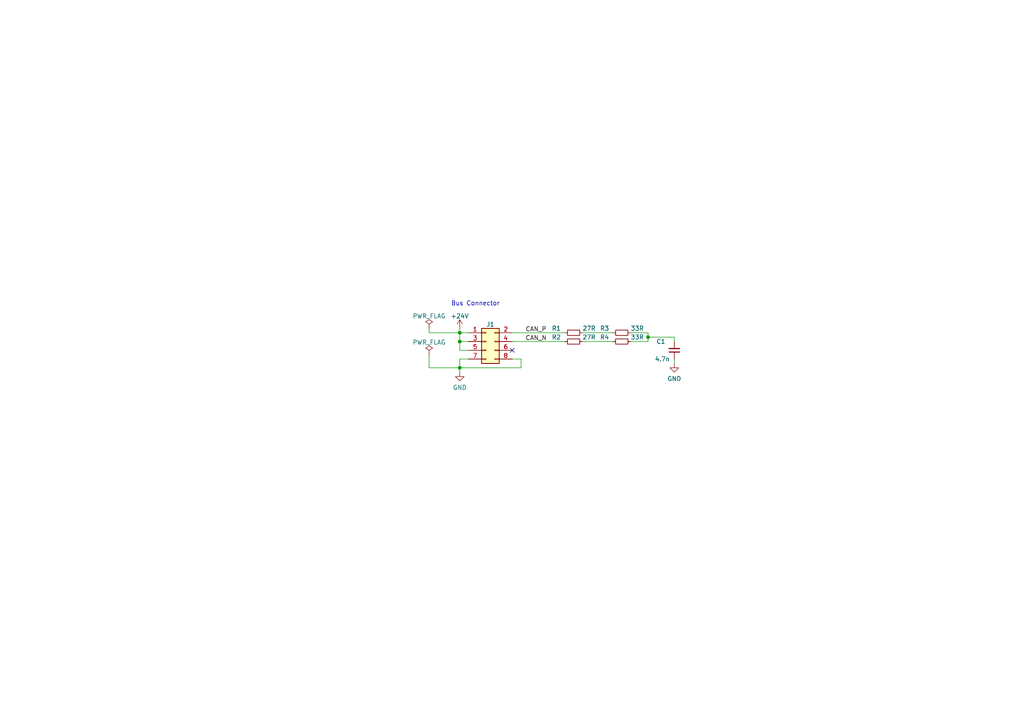
<source format=kicad_sch>
(kicad_sch (version 20211123) (generator eeschema)
  (paper "A4")
  (lib_symbols
    (symbol "Connector_Generic:Conn_02x04_Odd_Even" (pin_names (offset 1.016) hide)
      (property "Reference" "J" (at 1.27 5.08 0))
      (property "Value" "Conn_02x04_Odd_Even" (at 1.27 -7.62 0))
      (symbol "Conn_02x04_Odd_Even_1_1"
        (rectangle (start -1.27 -4.953) (end 0 -5.207) (stroke (width 0.1524)))
        (rectangle (start -1.27 -2.413) (end 0 -2.667) (stroke (width 0.1524)))
        (rectangle (start -1.27 0.127) (end 0 -0.127) (stroke (width 0.1524)))
        (rectangle (start -1.27 2.667) (end 0 2.413) (stroke (width 0.1524)))
        (rectangle (start -1.27 3.81) (end 3.81 -6.35) (stroke (width 0.254)) (fill (type background)))
        (rectangle (start 3.81 -4.953) (end 2.54 -5.207) (stroke (width 0.1524)))
        (rectangle (start 3.81 -2.413) (end 2.54 -2.667) (stroke (width 0.1524)))
        (rectangle (start 3.81 0.127) (end 2.54 -0.127) (stroke (width 0.1524)))
        (rectangle (start 3.81 2.667) (end 2.54 2.413) (stroke (width 0.1524)))
        (pin passive line (at -5.08 2.54 0) (length 3.81) (name "Pin_1") (number "1"))
        (pin passive line (at 7.62 2.54 180) (length 3.81) (name "Pin_2") (number "2"))
        (pin passive line (at -5.08 0 0) (length 3.81) (name "Pin_3") (number "3"))
        (pin passive line (at 7.62 0 180) (length 3.81) (name "Pin_4") (number "4"))
        (pin passive line (at -5.08 -2.54 0) (length 3.81) (name "Pin_5") (number "5"))
        (pin passive line (at 7.62 -2.54 180) (length 3.81) (name "Pin_6") (number "6"))
        (pin passive line (at -5.08 -5.08 0) (length 3.81) (name "Pin_7") (number "7"))
        (pin passive line (at 7.62 -5.08 180) (length 3.81) (name "Pin_8") (number "8"))
      )
    )
    (symbol "Device:C_Small" (pin_numbers hide) (pin_names (offset 0.254) hide)
      (property "Reference" "C" (at 0.254 1.778 0))
      (property "Value" "C_Small" (at 0.254 -2.032 0))
      (symbol "C_Small_0_1"
        (polyline (pts (xy -1.524 -0.508) (xy 1.524 -0.508)) (stroke (width 0.3302)))
        (polyline (pts (xy -1.524 0.508) (xy 1.524 0.508)) (stroke (width 0.3048)))
      )
      (symbol "C_Small_1_1"
        (pin passive line (at 0 2.54 270) (length 2.032) (name "~") (number "1"))
        (pin passive line (at 0 -2.54 90) (length 2.032) (name "~") (number "2"))
      )
    )
    (symbol "Device:R_Small" (pin_numbers hide) (pin_names (offset 0.254) hide)
      (property "Reference" "R" (at 0.762 0.508 0))
      (property "Value" "R_Small" (at 0.762 -1.016 0))
      (symbol "R_Small_0_1"
        (rectangle (start -0.762 1.778) (end 0.762 -1.778) (stroke (width 0.2032)))
      )
      (symbol "R_Small_1_1"
        (pin passive line (at 0 2.54 270) (length 0.762) (name "~") (number "1"))
        (pin passive line (at 0 -2.54 90) (length 0.762) (name "~") (number "2"))
      )
    )
    (symbol "power:+24V" (power) (pin_numbers hide) (pin_names (offset 0) hide)
      (property "Value" "+24V" (at 0 3.556 0))
      (symbol "+24V_0_1"
        (polyline (pts (xy -0.762 1.27) (xy 0 2.54)))
        (polyline (pts (xy 0 0) (xy 0 2.54)))
        (polyline (pts (xy 0 2.54) (xy 0.762 1.27)))
      )
      (symbol "+24V_1_1"
        (pin power_in line (at 0 0 90) (length 0) hide (name "+24V") (number "1"))
      )
    )
    (symbol "power:GND" (power) (pin_numbers hide) (pin_names (offset 0) hide)
      (property "Value" "GND" (at 0 -3.81 0))
      (symbol "GND_0_1"
        (polyline (pts (xy 0 0) (xy 0 -1.27) (xy 1.27 -1.27) (xy 0 -2.54) (xy -1.27 -1.27) (xy 0 -1.27)))
      )
      (symbol "GND_1_1"
        (pin power_in line (at 0 0 270) (length 0) hide (name "GND") (number "1"))
      )
    )
    (symbol "power:PWR_FLAG" (power) (pin_numbers hide) (pin_names (offset 0) hide)
      (property "Value" "PWR_FLAG" (at 0 3.81 0))
      (symbol "PWR_FLAG_0_0"
        (pin power_out line (at 0 0 90) (length 0) (name "pwr") (number "1"))
      )
      (symbol "PWR_FLAG_0_1"
        (polyline (pts (xy 0 0) (xy 0 1.27) (xy -1.016 1.905) (xy 0 2.54) (xy 1.016 1.905) (xy 0 1.27)))
      )
    )
  )
  (junction (at 133.35 96.52))
  (junction (at 133.35 99.06))
  (junction (at 187.96 97.79))
  (junction (at 133.35 106.68))
  (no_connect (at 148.59 101.6))
  (wire (pts (xy 168.91 99.06) (xy 177.8 99.06)))
  (wire (pts (xy 124.46 102.87) (xy 124.46 106.68)))
  (wire (pts (xy 135.89 96.52) (xy 133.35 96.52)))
  (wire (pts (xy 195.58 99.06) (xy 195.58 97.79)))
  (wire (pts (xy 133.35 106.68) (xy 133.35 107.95)))
  (wire (pts (xy 124.46 106.68) (xy 133.35 106.68)))
  (wire (pts (xy 135.89 99.06) (xy 133.35 99.06)))
  (wire (pts (xy 195.58 97.79) (xy 187.96 97.79)))
  (wire (pts (xy 148.59 99.06) (xy 163.83 99.06)))
  (wire (pts (xy 151.13 104.14) (xy 148.59 104.14)))
  (wire (pts (xy 187.96 96.52) (xy 182.88 96.52)))
  (wire (pts (xy 133.35 96.52) (xy 133.35 95.25)))
  (wire (pts (xy 124.46 96.52) (xy 133.35 96.52)))
  (wire (pts (xy 124.46 95.25) (xy 124.46 96.52)))
  (wire (pts (xy 187.96 99.06) (xy 187.96 97.79)))
  (wire (pts (xy 148.59 96.52) (xy 163.83 96.52)))
  (wire (pts (xy 151.13 104.14) (xy 151.13 106.68)))
  (wire (pts (xy 133.35 99.06) (xy 133.35 96.52)))
  (wire (pts (xy 133.35 106.68) (xy 151.13 106.68)))
  (wire (pts (xy 135.89 104.14) (xy 133.35 104.14)))
  (wire (pts (xy 182.88 99.06) (xy 187.96 99.06)))
  (wire (pts (xy 195.58 104.14) (xy 195.58 105.41)))
  (wire (pts (xy 133.35 99.06) (xy 133.35 101.6)))
  (wire (pts (xy 133.35 104.14) (xy 133.35 106.68)))
  (wire (pts (xy 133.35 101.6) (xy 135.89 101.6)))
  (wire (pts (xy 168.91 96.52) (xy 177.8 96.52)))
  (wire (pts (xy 187.96 96.52) (xy 187.96 97.79)))
  (text "Bus Connector" (at 130.81 88.9 0) (effects (font (size 1.27 1.27)) (justify left bottom)))
  (label "CAN_P" (at 152.4 96.52 0))
  (label "CAN_N" (at 152.4 99.06 0))
  (symbol (lib_id "Connector_Generic:Conn_02x04_Odd_Even") (at 140.97 99.06 0) (unit 1)
    (property "Reference" "J1" (at 142.24 94.0872 0))
    (property "Value" "Conn_02x04_Odd_Even" (effects hide))
    (property "Footprint" "Connector_PinSocket_2.54mm:PinSocket_2x04_P2.54mm_Vertical" (effects hide))
  )
  (symbol (lib_id "Device:R_Small") (at 166.37 99.06 270) (mirror x) (unit 1)
    (property "Reference" "R2" (at 160.02 97.79 90) (effects (justify left)))
    (property "Value" "27R" (at 168.91 97.79 90) (effects (justify left)))
    (property "Footprint" "Resistor_SMD:R_0603_1608Metric" (effects hide))
  )
  (symbol (lib_id "power:PWR_FLAG") (at 124.46 102.87 0) (unit 1)
    (property "Reference" "#FLG0102" (effects hide))
    (property "Value" "PWR_FLAG" (at 124.46 99.2942 0))
  )
  (symbol (lib_id "power:GND") (at 133.35 107.95 0) (unit 1)
    (property "Reference" "#PWR02" (effects hide))
    (property "Value" "GND" (at 133.35 112.3934 0))
  )
  (symbol (lib_id "Device:R_Small") (at 180.34 96.52 270) (mirror x) (unit 1)
    (property "Reference" "R3" (at 173.99 95.25 90) (effects (justify left)))
    (property "Value" "33R" (at 182.88 95.25 90) (effects (justify left)))
    (property "Footprint" "Resistor_SMD:R_0603_1608Metric" (effects hide))
  )
  (symbol (lib_id "power:GND") (at 195.58 105.41 0) (unit 1)
    (property "Reference" "#PWR0101" (effects hide))
    (property "Value" "GND" (at 195.58 109.8534 0))
  )
  (symbol (lib_id "Device:R_Small") (at 180.34 99.06 270) (mirror x) (unit 1)
    (property "Reference" "R4" (at 173.99 97.79 90) (effects (justify left)))
    (property "Value" "33R" (at 182.88 97.79 90) (effects (justify left)))
    (property "Footprint" "Resistor_SMD:R_0603_1608Metric" (effects hide))
  )
  (symbol (lib_id "power:PWR_FLAG") (at 124.46 95.25 0) (unit 1)
    (property "Reference" "#FLG0101" (effects hide))
    (property "Value" "PWR_FLAG" (at 124.46 91.6742 0))
  )
  (symbol (lib_id "Device:C_Small") (at 195.58 101.6 180) (unit 1)
    (property "Reference" "C1" (at 193.04 99.06 0) (effects (justify left)))
    (property "Value" "4.7n" (at 194.31 104.14 0) (effects (justify left)))
    (property "Footprint" "Capacitor_SMD:C_0603_1608Metric" (effects hide))
  )
  (symbol (lib_id "power:+24V") (at 133.35 95.25 0) (unit 1)
    (property "Reference" "#PWR01" (effects hide))
    (property "Value" "+24V" (at 133.35 91.6742 0))
  )
  (symbol (lib_id "Device:R_Small") (at 166.37 96.52 270) (mirror x) (unit 1)
    (property "Reference" "R1" (at 160.02 95.25 90) (effects (justify left)))
    (property "Value" "27R" (at 168.91 95.25 90) (effects (justify left)))
    (property "Footprint" "Resistor_SMD:R_0603_1608Metric" (effects hide))
  )
)
</source>
